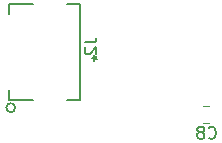
<source format=gbr>
G04 #@! TF.GenerationSoftware,KiCad,Pcbnew,(5.99.0-417-g8bd2765f3)*
G04 #@! TF.CreationDate,2020-07-21T00:47:38-04:00*
G04 #@! TF.ProjectId,bias,62696173-2e6b-4696-9361-645f70636258,rev?*
G04 #@! TF.SameCoordinates,Original*
G04 #@! TF.FileFunction,Legend,Bot*
G04 #@! TF.FilePolarity,Positive*
%FSLAX46Y46*%
G04 Gerber Fmt 4.6, Leading zero omitted, Abs format (unit mm)*
G04 Created by KiCad (PCBNEW (5.99.0-417-g8bd2765f3)) date 2020-07-21 00:47:38*
%MOMM*%
%LPD*%
G04 APERTURE LIST*
%ADD10C,0.152400*%
%ADD11C,0.120000*%
%ADD12C,0.150000*%
G04 APERTURE END LIST*
D10*
X195326000Y-96735900D02*
X195326000Y-104889300D01*
X195326000Y-104889300D02*
X194198240Y-104889300D01*
X189331600Y-104889300D02*
X189331600Y-104000940D01*
X189331600Y-96735900D02*
X191322960Y-96735900D01*
X189331600Y-97624260D02*
X189331600Y-96735900D01*
X194198240Y-96735900D02*
X195326000Y-96735900D01*
X191322960Y-104889300D02*
X189331600Y-104889300D01*
X189839600Y-105524300D02*
G75*
G03X189839600Y-105524300I-381000J0D01*
G01*
D11*
X206277978Y-105360400D02*
X205760822Y-105360400D01*
X206277978Y-106780400D02*
X205760822Y-106780400D01*
D12*
X195718180Y-99996666D02*
X196432466Y-99996666D01*
X196575323Y-99949047D01*
X196670561Y-99853809D01*
X196718180Y-99710952D01*
X196718180Y-99615714D01*
X195813419Y-100425238D02*
X195765800Y-100472857D01*
X195718180Y-100568095D01*
X195718180Y-100806190D01*
X195765800Y-100901428D01*
X195813419Y-100949047D01*
X195908657Y-100996666D01*
X196003895Y-100996666D01*
X196146752Y-100949047D01*
X196718180Y-100377619D01*
X196718180Y-100996666D01*
X196378580Y-101295200D02*
X196616676Y-101295200D01*
X196521438Y-101057104D02*
X196616676Y-101295200D01*
X196521438Y-101533295D01*
X196807152Y-101152342D02*
X196616676Y-101295200D01*
X196807152Y-101438057D01*
X206211466Y-108053142D02*
X206259085Y-108100761D01*
X206401942Y-108148380D01*
X206497180Y-108148380D01*
X206640038Y-108100761D01*
X206735276Y-108005523D01*
X206782895Y-107910285D01*
X206830514Y-107719809D01*
X206830514Y-107576952D01*
X206782895Y-107386476D01*
X206735276Y-107291238D01*
X206640038Y-107196000D01*
X206497180Y-107148380D01*
X206401942Y-107148380D01*
X206259085Y-107196000D01*
X206211466Y-107243619D01*
X205640038Y-107576952D02*
X205735276Y-107529333D01*
X205782895Y-107481714D01*
X205830514Y-107386476D01*
X205830514Y-107338857D01*
X205782895Y-107243619D01*
X205735276Y-107196000D01*
X205640038Y-107148380D01*
X205449561Y-107148380D01*
X205354323Y-107196000D01*
X205306704Y-107243619D01*
X205259085Y-107338857D01*
X205259085Y-107386476D01*
X205306704Y-107481714D01*
X205354323Y-107529333D01*
X205449561Y-107576952D01*
X205640038Y-107576952D01*
X205735276Y-107624571D01*
X205782895Y-107672190D01*
X205830514Y-107767428D01*
X205830514Y-107957904D01*
X205782895Y-108053142D01*
X205735276Y-108100761D01*
X205640038Y-108148380D01*
X205449561Y-108148380D01*
X205354323Y-108100761D01*
X205306704Y-108053142D01*
X205259085Y-107957904D01*
X205259085Y-107767428D01*
X205306704Y-107672190D01*
X205354323Y-107624571D01*
X205449561Y-107576952D01*
M02*

</source>
